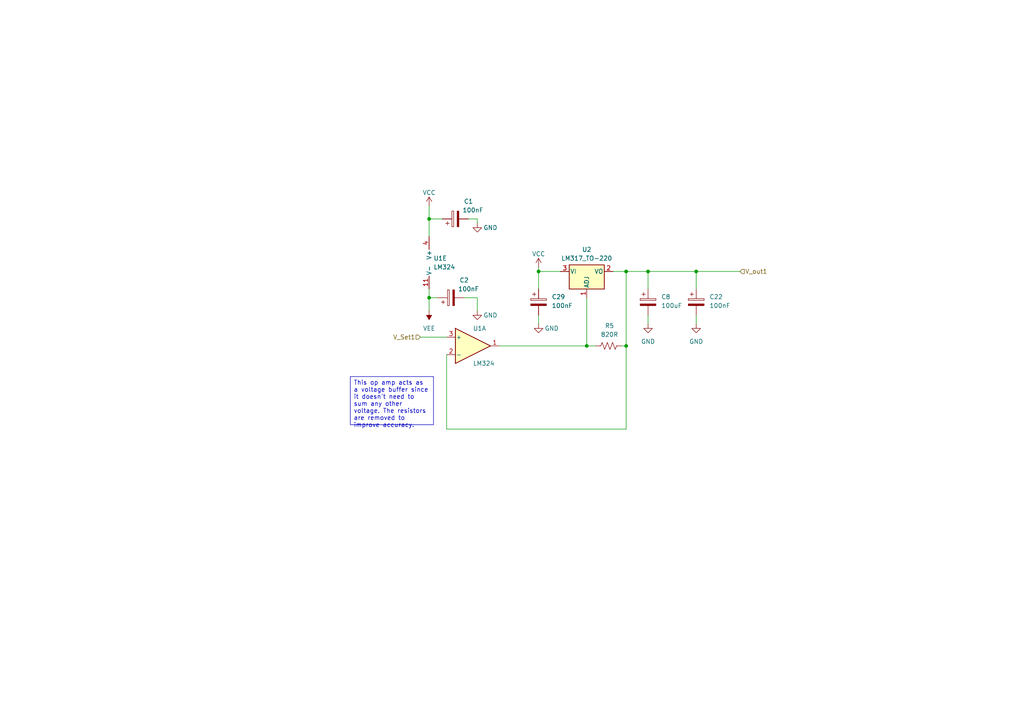
<source format=kicad_sch>
(kicad_sch (version 20250114) (generator "eeschema") (generator_version "9.0")
  (paper "A4")
  (title_block (company "Purdue ECET"))
  (lib_symbols
    (symbol "Amplifier_Operational:LM324" (pin_names (offset 0.127))
      (property "Reference" "U" (at 0 5.08 0))
      (property "Value" "LM324" (at 0 -5.08 0))
      (symbol "LM324_1_1"
        (polyline (pts (xy -5.08 5.08) (xy 5.08 0) (xy -5.08 -5.08) (xy -5.08 5.08)) (stroke (width 0.254)) (fill (type background)))
        (pin input line (at -7.62 2.54 0) (length 2.54) (name "+") (number "3"))
        (pin input line (at -7.62 -2.54 0) (length 2.54) (name "-") (number "2"))
        (pin output line (at 7.62 0 180) (length 2.54) (name "~") (number "1"))
      )
      (symbol "LM324_2_1"
        (polyline (pts (xy -5.08 5.08) (xy 5.08 0) (xy -5.08 -5.08) (xy -5.08 5.08)) (stroke (width 0.254)) (fill (type background)))
        (pin input line (at -7.62 2.54 0) (length 2.54) (name "+") (number "5"))
        (pin input line (at -7.62 -2.54 0) (length 2.54) (name "-") (number "6"))
        (pin output line (at 7.62 0 180) (length 2.54) (name "~") (number "7"))
      )
      (symbol "LM324_3_1"
        (polyline (pts (xy -5.08 5.08) (xy 5.08 0) (xy -5.08 -5.08) (xy -5.08 5.08)) (stroke (width 0.254)) (fill (type background)))
        (pin input line (at -7.62 2.54 0) (length 2.54) (name "+") (number "10"))
        (pin input line (at -7.62 -2.54 0) (length 2.54) (name "-") (number "9"))
        (pin output line (at 7.62 0 180) (length 2.54) (name "~") (number "8"))
      )
      (symbol "LM324_4_1"
        (polyline (pts (xy -5.08 5.08) (xy 5.08 0) (xy -5.08 -5.08) (xy -5.08 5.08)) (stroke (width 0.254)) (fill (type background)))
        (pin input line (at -7.62 2.54 0) (length 2.54) (name "+") (number "12"))
        (pin input line (at -7.62 -2.54 0) (length 2.54) (name "-") (number "13"))
        (pin output line (at 7.62 0 180) (length 2.54) (name "~") (number "14"))
      )
      (symbol "LM324_5_1"
        (pin power_in line (at -2.54 7.62 270) (length 3.81) (name "V+") (number "4"))
        (pin power_in line (at -2.54 -7.62 90) (length 3.81) (name "V-") (number "11"))
      )
    )
    (symbol "Device:C_Polarized" (pin_numbers (hide yes)) (pin_names (offset 0.254))
      (property "Reference" "C" (at 0.635 2.54 0))
      (property "Value" "C_Polarized" (at 0.635 -2.54 0))
      (symbol "C_Polarized_0_1"
        (rectangle (start -2.286 0.508) (end 2.286 1.016))
        (polyline (pts (xy -1.778 2.286) (xy -0.762 2.286)))
        (polyline (pts (xy -1.27 2.794) (xy -1.27 1.778)))
        (rectangle (start 2.286 -0.508) (end -2.286 -1.016) (fill (type outline)))
      )
      (symbol "C_Polarized_1_1"
        (pin passive line (at 0 3.81 270) (length 2.794) (name "~") (number "1"))
        (pin passive line (at 0 -3.81 90) (length 2.794) (name "~") (number "2"))
      )
    )
    (symbol "Device:R_US" (pin_numbers (hide yes)) (pin_names (offset 0))
      (property "Reference" "R" (at 2.54 0 90))
      (property "Value" "R_US" (at -2.54 0 90))
      (symbol "R_US_0_1"
        (polyline (pts (xy 0 2.286) (xy 0 2.54)))
        (polyline (pts (xy 0 2.286) (xy 1.016 1.905) (xy 0 1.524) (xy -1.016 1.143) (xy 0 0.762)))
        (polyline (pts (xy 0 0.762) (xy 1.016 0.381) (xy 0 0) (xy -1.016 -0.381) (xy 0 -0.762)))
        (polyline (pts (xy 0 -0.762) (xy 1.016 -1.143) (xy 0 -1.524) (xy -1.016 -1.905) (xy 0 -2.286)))
        (polyline (pts (xy 0 -2.286) (xy 0 -2.54)))
      )
      (symbol "R_US_1_1"
        (pin passive line (at 0 3.81 270) (length 1.27) (name "~") (number "1"))
        (pin passive line (at 0 -3.81 90) (length 1.27) (name "~") (number "2"))
      )
    )
    (symbol "Regulator_Linear:LM317_TO-220" (pin_names (offset 0.254))
      (property "Reference" "U" (at -3.81 3.175 0))
      (property "Value" "LM317_TO-220" (at 0 3.175 0))
      (symbol "LM317_TO-220_0_1"
        (rectangle (start -5.08 1.905) (end 5.08 -5.08) (stroke (width 0.254)) (fill (type background)))
      )
      (symbol "LM317_TO-220_1_1"
        (pin power_in line (at -7.62 0 0) (length 2.54) (name "VI") (number "3"))
        (pin input line (at 0 -7.62 90) (length 2.54) (name "ADJ") (number "1"))
        (pin power_out line (at 7.62 0 180) (length 2.54) (name "VO") (number "2"))
      )
    )
    (symbol "power:GND" (power) (pin_names (offset 0))
      (property "Value" "GND" (at 0 -3.81 0))
      (symbol "GND_0_1"
        (polyline (pts (xy 0 0) (xy 0 -1.27) (xy 1.27 -1.27) (xy 0 -2.54) (xy -1.27 -1.27) (xy 0 -1.27)))
      )
      (symbol "GND_1_1"
        (pin power_in line (at 0 0 270) (length 0) (hide yes) (name "GND") (number "1"))
      )
    )
    (symbol "power:VCC" (power) (pin_names (offset 0))
      (property "Value" "VCC" (at 0 3.81 0))
      (symbol "VCC_0_1"
        (polyline (pts (xy -0.762 1.27) (xy 0 2.54)))
        (polyline (pts (xy 0 2.54) (xy 0.762 1.27)))
        (polyline (pts (xy 0 0) (xy 0 2.54)))
      )
      (symbol "VCC_1_1"
        (pin power_in line (at 0 0 90) (length 0) (hide yes) (name "VCC") (number "1"))
      )
    )
    (symbol "power:VEE" (power) (pin_numbers (hide yes)) (pin_names (offset 0) (hide yes))
      (property "Value" "VEE" (at 0 3.556 0))
      (symbol "VEE_0_1"
        (polyline (pts (xy 0 0) (xy 0 2.54)))
        (polyline (pts (xy 0.762 1.27) (xy -0.762 1.27) (xy 0 2.54) (xy 0.762 1.27)) (fill (type outline)))
      )
      (symbol "VEE_1_1"
        (pin power_in line (at 0 0 90) (length 0) (name "~") (number "1"))
      )
    )
  )
  (text_box "This op amp acts as a voltage buffer since it doesn't need to sum any other voltage. The resistors are removed to improve accuracy." (at 101.6 109.22 0) (size 24.13 13.97) (margins 0.9525 0.9525 0.9525 0.9525) (effects (font (size 1.27 1.27)) (justify left top)))
  (junction (at 170.18 100.33))
  (junction (at 181.61 78.74))
  (junction (at 181.61 100.33))
  (junction (at 124.46 63.5))
  (junction (at 187.96 78.74))
  (junction (at 201.93 78.74))
  (junction (at 156.21 78.74))
  (junction (at 124.46 86.36))
  (wire (pts (xy 124.46 86.36) (xy 124.46 90.17)))
  (wire (pts (xy 181.61 78.74) (xy 181.61 100.33)))
  (wire (pts (xy 138.43 64.77) (xy 138.43 63.5)))
  (wire (pts (xy 201.93 78.74) (xy 214.63 78.74)))
  (wire (pts (xy 180.34 100.33) (xy 181.61 100.33)))
  (wire (pts (xy 124.46 63.5) (xy 128.27 63.5)))
  (wire (pts (xy 201.93 78.74) (xy 201.93 83.82)))
  (wire (pts (xy 121.92 97.79) (xy 129.54 97.79)))
  (wire (pts (xy 129.54 102.87) (xy 129.54 124.46)))
  (wire (pts (xy 129.54 124.46) (xy 181.61 124.46)))
  (wire (pts (xy 144.78 100.33) (xy 170.18 100.33)))
  (wire (pts (xy 156.21 78.74) (xy 156.21 77.47)))
  (wire (pts (xy 181.61 78.74) (xy 187.96 78.74)))
  (wire (pts (xy 124.46 63.5) (xy 124.46 68.58)))
  (wire (pts (xy 177.8 78.74) (xy 181.61 78.74)))
  (wire (pts (xy 124.46 59.69) (xy 124.46 63.5)))
  (wire (pts (xy 170.18 86.36) (xy 170.18 100.33)))
  (wire (pts (xy 181.61 124.46) (xy 181.61 100.33)))
  (wire (pts (xy 172.72 100.33) (xy 170.18 100.33)))
  (wire (pts (xy 124.46 83.82) (xy 124.46 86.36)))
  (wire (pts (xy 162.56 78.74) (xy 156.21 78.74)))
  (wire (pts (xy 124.46 86.36) (xy 127 86.36)))
  (wire (pts (xy 187.96 91.44) (xy 187.96 93.98)))
  (wire (pts (xy 201.93 91.44) (xy 201.93 93.98)))
  (wire (pts (xy 187.96 78.74) (xy 201.93 78.74)))
  (wire (pts (xy 187.96 83.82) (xy 187.96 78.74)))
  (wire (pts (xy 134.62 86.36) (xy 138.43 86.36)))
  (wire (pts (xy 135.89 63.5) (xy 138.43 63.5)))
  (wire (pts (xy 156.21 91.44) (xy 156.21 93.98)))
  (wire (pts (xy 138.43 86.36) (xy 138.43 90.17)))
  (wire (pts (xy 156.21 78.74) (xy 156.21 83.82)))
  (hierarchical_label "V_Set1" (shape input) (at 121.92 97.79 180))
  (hierarchical_label "V_out1" (shape input) (at 214.63 78.74 0))
  (symbol (lib_id "Amplifier_Operational:LM324") (at 137.16 100.33 0) (unit 1)
    (property "Reference" "U1" (at 137.16 95.25 0) (effects (justify left)))
    (property "Value" "LM324" (at 137.16 105.41 0) (effects (justify left)))
    (property "Footprint" "Package_DIP:DIP-14_W7.62mm_LongPads" (effects (hide yes)))
    (property "Datasheet" "http://www.ti.com/lit/ds/symlink/lm2902-n.pdf" (effects (hide yes)))
    (property "Description" "Low-Power, Quad-Operational Amplifiers, DIP-14/SOIC-14/SSOP-14" (effects (hide yes)))
  )
  (symbol (lib_id "Device:C_Polarized") (at 130.81 86.36 90) (unit 1)
    (property "Reference" "C2" (at 134.62 81.28 90))
    (property "Value" "100nF" (at 135.89 83.82 90))
    (property "Footprint" "Capacitor_THT:C_Disc_D4.3mm_W1.9mm_P5.00mm" (effects (hide yes)))
  )
  (symbol (lib_id "power:VCC") (at 124.46 59.69 0) (unit 1)
    (property "Reference" "#PWR02" (effects (hide yes)))
    (property "Value" "VCC" (at 124.46 55.88 0))
  )
  (symbol (lib_id "power:GND") (at 201.93 93.98 0) (unit 1)
    (property "Reference" "#PWR049" (effects (hide yes)))
    (property "Value" "GND" (at 201.93 99.06 0))
  )
  (symbol (lib_id "Regulator_Linear:LM317_TO-220") (at 170.18 78.74 0) (unit 1)
    (property "Reference" "U2" (at 170.18 72.39 0))
    (property "Value" "LM317_TO-220" (at 170.18 74.93 0))
    (property "Footprint" "Package_TO_SOT_THT:TO-220-3_Vertical" (effects (hide yes)))
    (property "Datasheet" "http://www.ti.com/lit/ds/symlink/lm317.pdf" (effects (hide yes)))
  )
  (symbol (lib_id "Device:C_Polarized") (at 201.93 87.63 0) (unit 1)
    (property "Reference" "C22" (at 205.74 86.106 0) (effects (justify left)))
    (property "Value" "100nF" (at 205.74 88.646 0) (effects (justify left)))
    (property "Footprint" "Capacitor_THT:C_Disc_D4.3mm_W1.9mm_P5.00mm" (effects (hide yes)))
  )
  (symbol (lib_id "Amplifier_Operational:LM324") (at 127 76.2 0) (unit 5)
    (property "Reference" "U1" (at 125.73 74.9299 0) (effects (justify left)))
    (property "Value" "LM324" (at 125.73 77.4699 0) (effects (justify left)))
    (property "Footprint" "Package_DIP:DIP-14_W7.62mm_LongPads" (effects (hide yes)))
    (property "Datasheet" "http://www.ti.com/lit/ds/symlink/lm2902-n.pdf" (effects (hide yes)))
    (property "Description" "Low-Power, Quad-Operational Amplifiers, DIP-14/SOIC-14/SSOP-14" (effects (hide yes)))
  )
  (symbol (lib_id "Device:C_Polarized") (at 156.21 87.63 0) (unit 1)
    (property "Reference" "C29" (at 160.02 86.106 0) (effects (justify left)))
    (property "Value" "100nF" (at 160.02 88.646 0) (effects (justify left)))
    (property "Footprint" "Capacitor_THT:C_Disc_D4.3mm_W1.9mm_P5.00mm" (effects (hide yes)))
  )
  (symbol (lib_id "Device:C_Polarized") (at 132.08 63.5 90) (unit 1)
    (property "Reference" "C1" (at 135.89 58.42 90))
    (property "Value" "100nF" (at 137.16 60.96 90))
    (property "Footprint" "Capacitor_THT:C_Disc_D4.3mm_W1.9mm_P5.00mm" (effects (hide yes)))
  )
  (symbol (lib_id "Device:C_Polarized") (at 187.96 87.63 0) (unit 1)
    (property "Reference" "C8" (at 191.77 86.106 0) (effects (justify left)))
    (property "Value" "100uF" (at 191.77 88.646 0) (effects (justify left)))
    (property "Footprint" "Capacitor_THT:CP_Radial_D7.5mm_P2.50mm" (effects (hide yes)))
  )
  (symbol (lib_id "power:GND") (at 156.21 93.98 0) (unit 1)
    (property "Reference" "#PWR056" (effects (hide yes)))
    (property "Value" "GND" (at 160.02 95.25 0))
  )
  (symbol (lib_id "power:VEE") (at 124.46 90.17 180) (unit 1)
    (property "Reference" "#PWR01" (effects (hide yes)))
    (property "Value" "VEE" (at 124.46 95.25 0))
    (property "Description" "Power symbol creates a global label with name \"VEE\"" (effects (hide yes)))
  )
  (symbol (lib_id "power:GND") (at 138.43 90.17 0) (unit 1)
    (property "Reference" "#PWR045" (effects (hide yes)))
    (property "Value" "GND" (at 142.24 91.44 0))
  )
  (symbol (lib_id "power:VCC") (at 156.21 77.47 0) (unit 1)
    (property "Reference" "#PWR09" (effects (hide yes)))
    (property "Value" "VCC" (at 156.21 73.66 0))
  )
  (symbol (lib_id "power:GND") (at 187.96 93.98 0) (unit 1)
    (property "Reference" "#PWR026" (effects (hide yes)))
    (property "Value" "GND" (at 187.96 99.06 0))
  )
  (symbol (lib_id "power:GND") (at 138.43 64.77 0) (unit 1)
    (property "Reference" "#PWR046" (effects (hide yes)))
    (property "Value" "GND" (at 142.24 66.04 0))
  )
  (symbol (lib_id "Device:R_US") (at 176.53 100.33 270) (unit 1)
    (property "Reference" "R5" (at 176.784 94.488 90))
    (property "Value" "820R" (at 176.784 97.028 90))
    (property "Footprint" "Resistor_THT:R_Axial_DIN0207_L6.3mm_D2.5mm_P10.16mm_Horizontal" (effects (hide yes)))
  )
)
</source>
